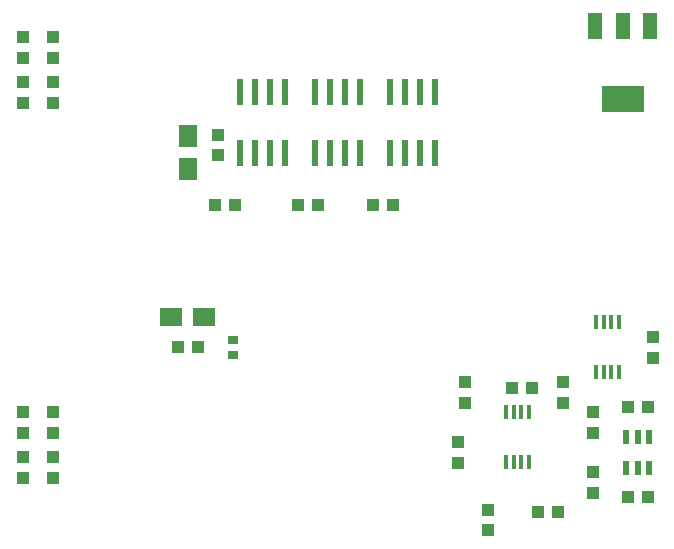
<source format=gbp>
G75*
%MOIN*%
%OFA0B0*%
%FSLAX24Y24*%
%IPPOS*%
%LPD*%
%AMOC8*
5,1,8,0,0,1.08239X$1,22.5*
%
%ADD10R,0.0394X0.0433*%
%ADD11R,0.0118X0.0472*%
%ADD12R,0.0433X0.0394*%
%ADD13R,0.0768X0.0591*%
%ADD14R,0.0354X0.0276*%
%ADD15R,0.0591X0.0768*%
%ADD16R,0.0236X0.0866*%
%ADD17R,0.0244X0.0480*%
%ADD18R,0.0480X0.0880*%
%ADD19R,0.1417X0.0866*%
D10*
X009545Y012380D03*
X010215Y012380D03*
X009630Y014045D03*
X009630Y014715D03*
X012295Y012380D03*
X012965Y012380D03*
X014795Y012380D03*
X015465Y012380D03*
X017880Y006465D03*
X017880Y005795D03*
X019445Y006280D03*
X020115Y006280D03*
X024130Y007295D03*
X024130Y007965D03*
X020965Y002130D03*
X020295Y002130D03*
D11*
X020013Y003799D03*
X019758Y003799D03*
X019502Y003799D03*
X019246Y003799D03*
X019246Y005462D03*
X019502Y005462D03*
X019758Y005462D03*
X020013Y005462D03*
X022246Y006799D03*
X022502Y006799D03*
X022758Y006799D03*
X023013Y006799D03*
X023013Y008462D03*
X022758Y008462D03*
X022502Y008462D03*
X022246Y008462D03*
D12*
X003130Y003295D03*
X003130Y003965D03*
X003130Y004795D03*
X003130Y005465D03*
X004130Y005465D03*
X004130Y004795D03*
X004130Y003965D03*
X004130Y003295D03*
X008295Y007630D03*
X008965Y007630D03*
X017630Y004465D03*
X017630Y003795D03*
X018630Y002215D03*
X018630Y001545D03*
X022130Y002795D03*
X022130Y003465D03*
X023295Y002630D03*
X023965Y002630D03*
X022130Y004795D03*
X022130Y005465D03*
X021130Y005795D03*
X021130Y006465D03*
X023295Y005630D03*
X023965Y005630D03*
X004130Y015795D03*
X004130Y016465D03*
X004130Y017295D03*
X004130Y017965D03*
X003130Y017965D03*
X003130Y017295D03*
X003130Y016465D03*
X003130Y015795D03*
D13*
X008089Y008630D03*
X009171Y008630D03*
D14*
X010130Y007886D03*
X010130Y007374D03*
D15*
X008630Y013589D03*
X008630Y014671D03*
D16*
X010380Y014106D03*
X010880Y014106D03*
X011380Y014106D03*
X011880Y014106D03*
X012880Y014106D03*
X013380Y014106D03*
X013880Y014106D03*
X014380Y014106D03*
X015380Y014106D03*
X015880Y014106D03*
X016380Y014106D03*
X016880Y014106D03*
X016880Y016154D03*
X016380Y016154D03*
X015880Y016154D03*
X015380Y016154D03*
X014380Y016154D03*
X013880Y016154D03*
X013380Y016154D03*
X012880Y016154D03*
X011880Y016154D03*
X011380Y016154D03*
X010880Y016154D03*
X010380Y016154D03*
D17*
X023256Y004642D03*
X023630Y004642D03*
X024004Y004642D03*
X024004Y003618D03*
X023630Y003618D03*
X023256Y003618D03*
D18*
X023130Y018350D03*
X022220Y018350D03*
X024040Y018350D03*
D19*
X023130Y015910D03*
M02*

</source>
